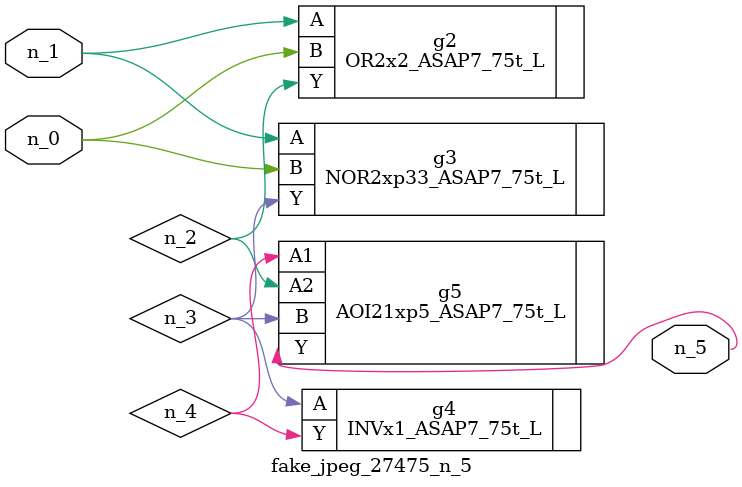
<source format=v>
module fake_jpeg_27475_n_5 (n_0, n_1, n_5);

input n_0;
input n_1;

output n_5;

wire n_2;
wire n_3;
wire n_4;

OR2x2_ASAP7_75t_L g2 ( 
.A(n_1),
.B(n_0),
.Y(n_2)
);

NOR2xp33_ASAP7_75t_L g3 ( 
.A(n_1),
.B(n_0),
.Y(n_3)
);

INVx1_ASAP7_75t_L g4 ( 
.A(n_3),
.Y(n_4)
);

AOI21xp5_ASAP7_75t_L g5 ( 
.A1(n_4),
.A2(n_2),
.B(n_3),
.Y(n_5)
);


endmodule
</source>
